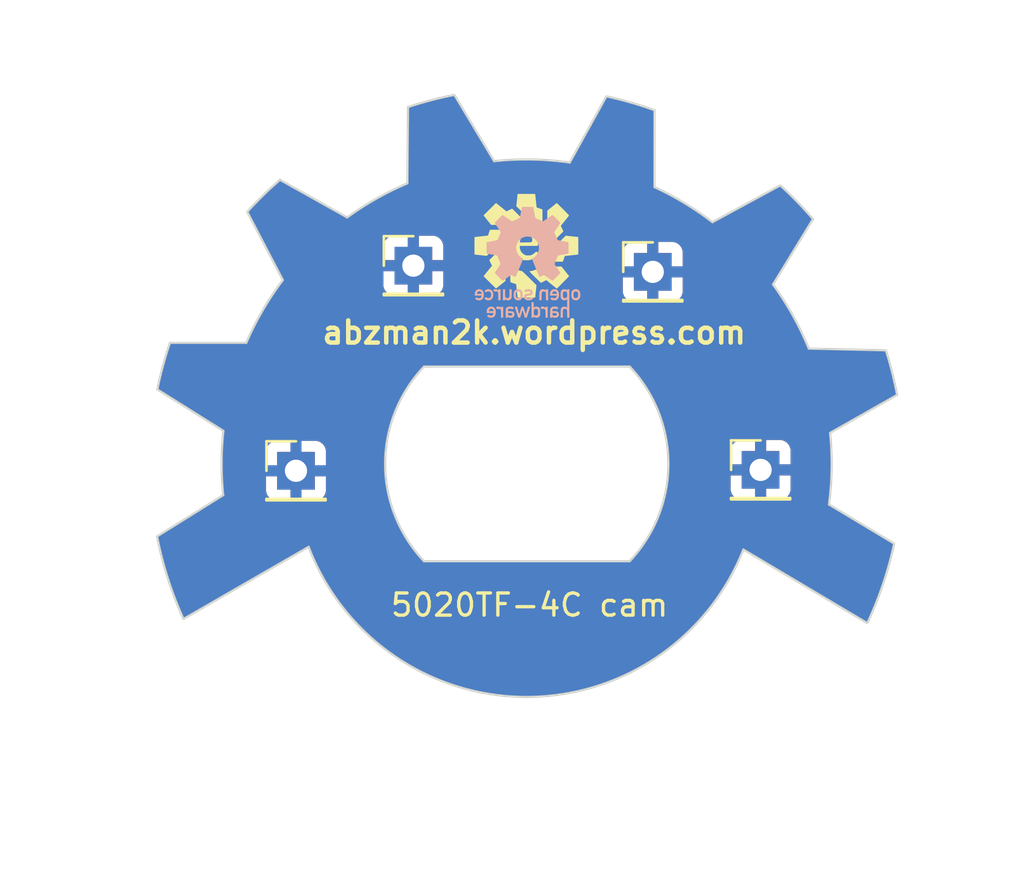
<source format=kicad_pcb>
(kicad_pcb (version 20221018) (generator pcbnew)
  (layers (0 "F.Cu" signal) (31 "B.Cu" signal) (34 "B.Paste" user) (35 "F.Paste" user) (36 "B.SilkS" user "B.Silkscreen") (37 "F.SilkS" user "F.Silkscreen") (38 "B.Mask" user) (39 "F.Mask" user) (44 "Edge.Cuts" user))
  (net 0 "")
  (net 1 "Net-(J1-Pad1)")
  (footprint "Connector_PinHeader_2.54mm:PinHeader_1x01_P2.54mm_Vertical" (layer "F.Cu") (at 5.69 -8.66)
    (fp_text reference "J2" hide)
    (fp_text value "Conn_01x01")
    (pad "1" thru_hole rect (at 0 0) (size 1.7 1.7) (drill 1) (layers "*.Cu" "*.Mask") (net 1 "Net-(J1-Pad1)"))
  )
  (footprint "Connector_PinHeader_2.54mm:PinHeader_1x01_P2.54mm_Vertical" (layer "F.Cu") (at 10.55 0.27)
    (fp_text reference "J1" hide)
    (fp_text value "Conn_01x01")
    (pad "1" thru_hole rect (at 0 0) (size 1.7 1.7) (drill 1) (layers "*.Cu" "*.Mask") (net 1 "Net-(J1-Pad1)"))
  )
  (footprint "Connector_PinHeader_2.54mm:PinHeader_1x01_P2.54mm_Vertical" (layer "F.Cu") (at -5.1 -8.94)
    (fp_text reference "J3" hide)
    (fp_text value "Conn_01x01")
    (pad "1" thru_hole rect (at 0 0) (size 1.7 1.7) (drill 1) (layers "*.Cu" "*.Mask") (net 1 "Net-(J1-Pad1)"))
  )
  (footprint "Evan's parts:Evan Logo" (layer "F.Cu") (at -0.01 -9.84)
    (fp_text reference "G***" hide)
    (fp_text value "LOGO" hide)
  )
  (footprint "Connector_PinHeader_2.54mm:PinHeader_1x01_P2.54mm_Vertical" (layer "F.Cu") (at -10.39 0.31)
    (fp_text reference "J4" hide)
    (fp_text value "Conn_01x01")
    (pad "1" thru_hole rect (at 0 0) (size 1.7 1.7) (drill 1) (layers "*.Cu" "*.Mask") (net 1 "Net-(J1-Pad1)"))
  )
  (footprint "Evan's parts:OSHW gear" (layer "B.Cu") (at 0.05 -9.09 180)
    (fp_text reference "G***" hide)
    (fp_text value "LOGO" hide)
  )
  (gr_arc (start 16.196648 -5.121589) (mid 16.479047 -4.123482) (end 16.699999 -3.11) (stroke (width 0.1)) (layer "Edge.Cuts"))
  (gr_line (start -4.620249 -4.389737) (end 4.65 -4.39) (stroke (width 0.1)) (layer "Edge.Cuts"))
  (gr_line (start -4.62 4.39) (end 4.64 4.39) (stroke (width 0.1)) (layer "Edge.Cuts"))
  (gr_arc (start 3.599516 -16.573939) (mid 4.695156 -16.298141) (end 5.77 -15.949999) (stroke (width 0.1)) (layer "Edge.Cuts"))
  (gr_arc (start -13.668505 1.409846) (mid -13.740963 -0.040302) (end -13.659999 -1.49) (stroke (width 0.1)) (layer "Edge.Cuts"))
  (gr_arc (start -16.636848 -3.357346) (mid -16.387183 -4.417774) (end -16.07 -5.46) (stroke (width 0.1)) (layer "Edge.Cuts"))
  (gr_line (start -5.340489 -16.091341) (end -5.37 -12.65) (stroke (width 0.1)) (layer "Edge.Cuts"))
  (gr_line (start 11.107478 -8.090879) (end 12.91 -11.04) (stroke (width 0.1)) (layer "Edge.Cuts"))
  (gr_line (start 5.768061 -12.48054) (end 5.77 -15.95) (stroke (width 0.1)) (layer "Edge.Cuts"))
  (gr_arc (start 9.772987 3.86118) (mid -0.06499 10.50789) (end -9.82 3.74) (stroke (width 0.1)) (layer "Edge.Cuts"))
  (gr_arc (start -15.460814 6.991324) (mid -16.162863 5.165001) (end -16.65 3.27) (stroke (width 0.1)) (layer "Edge.Cuts"))
  (gr_line (start 16.196648 -5.121589) (end 12.72 -5.2) (stroke (width 0.1)) (layer "Edge.Cuts"))
  (gr_arc (start 11.107478 -8.090879) (mid 12.001103 -6.694171) (end 12.72 -5.2) (stroke (width 0.1)) (layer "Edge.Cuts"))
  (gr_arc (start -12.62804 -5.460504) (mid -11.888499 -6.924457) (end -10.98 -8.29) (stroke (width 0.1)) (layer "Edge.Cuts"))
  (gr_line (start -16.636848 -3.357346) (end -13.66 -1.49) (stroke (width 0.1)) (layer "Edge.Cuts"))
  (gr_arc (start -4.62 4.39) (mid -6.373108 0.000181) (end -4.620249 -4.389737) (stroke (width 0.1)) (layer "Edge.Cuts"))
  (gr_arc (start -5.340489 -16.091341) (mid -4.303996 -16.399015) (end -3.25 -16.64) (stroke (width 0.1)) (layer "Edge.Cuts"))
  (gr_arc (start -12.5839 -11.365459) (mid -11.868947 -12.110173) (end -11.11 -12.81) (stroke (width 0.1)) (layer "Edge.Cuts"))
  (gr_arc (start 11.436998 -12.559648) (mid 12.197188 -11.822787) (end 12.909999 -11.04) (stroke (width 0.1)) (layer "Edge.Cuts"))
  (gr_arc (start 13.680949 -1.399074) (mid 13.750589 0.216964) (end 13.629999 1.83) (stroke (width 0.1)) (layer "Edge.Cuts"))
  (gr_line (start -8.083015 -11.114146) (end -11.11 -12.81) (stroke (width 0.1)) (layer "Edge.Cuts"))
  (gr_line (start -12.5839 -11.365459) (end -10.98 -8.29) (stroke (width 0.1)) (layer "Edge.Cuts"))
  (gr_line (start -15.460814 6.991324) (end -9.82 3.74) (stroke (width 0.1)) (layer "Edge.Cuts"))
  (gr_line (start 13.680949 -1.399074) (end 16.7 -3.11) (stroke (width 0.1)) (layer "Edge.Cuts"))
  (gr_line (start 9.772987 3.86118) (end 15.36 7.18) (stroke (width 0.1)) (layer "Edge.Cuts"))
  (gr_arc (start 16.569664 3.595587) (mid 16.065113 5.421636) (end 15.36 7.18) (stroke (width 0.1)) (layer "Edge.Cuts"))
  (gr_arc (start -1.458029 -13.651547) (mid 0.247903 -13.726949) (end 1.95 -13.589999) (stroke (width 0.1)) (layer "Edge.Cuts"))
  (gr_line (start 3.599516 -16.573939) (end 1.95 -13.59) (stroke (width 0.1)) (layer "Edge.Cuts"))
  (gr_arc (start -8.083015 -11.114146) (mid -6.7702 -11.959254) (end -5.37 -12.649999) (stroke (width 0.1)) (layer "Edge.Cuts"))
  (gr_line (start -1.458029 -13.651547) (end -3.25 -16.64) (stroke (width 0.1)) (layer "Edge.Cuts"))
  (gr_arc (start 5.768061 -12.48054) (mid 7.118036 -11.762992) (end 8.38 -10.9) (stroke (width 0.1)) (layer "Edge.Cuts"))
  (gr_arc (start 4.65 -4.39) (mid 6.394888 0.003436) (end 4.645279 4.394994) (stroke (width 0.1)) (layer "Edge.Cuts"))
  (gr_line (start -13.668505 1.409846) (end -16.65 3.27) (stroke (width 0.1)) (layer "Edge.Cuts"))
  (gr_line (start 11.436998 -12.559648) (end 8.38 -10.9) (stroke (width 0.1)) (layer "Edge.Cuts"))
  (gr_line (start -12.62804 -5.460504) (end -16.07 -5.46) (stroke (width 0.1)) (layer "Edge.Cuts"))
  (gr_line (start 16.569664 3.595587) (end 13.63 1.83) (stroke (width 0.1)) (layer "Edge.Cuts"))
  (gr_text "abzman2k.wordpress.com" (at -9.31 -5.34) (layer "F.SilkS") (effects (font (size 1 1) (thickness 0.2) bold) (justify left bottom)))
  (gr_text "5020TF-4C cam" (at -6.2 6.95) (layer "F.SilkS") (effects (font (size 1 1)) (justify left bottom)))
  (zone (net 1) (net_name "Net-(J1-Pad1)") (layers "F&B.Cu") (connect_pads (clearance 0.508)) (min_thickness 0.25) (fill yes (thermal_gap 0.5) (thermal_bridge_width 0.5))
    (polygon (pts (xy -23.73 -20.78) (xy 21.76 -20.92) (xy 22.43 16.6) (xy -21.53 18.33)))
  )
)
</source>
